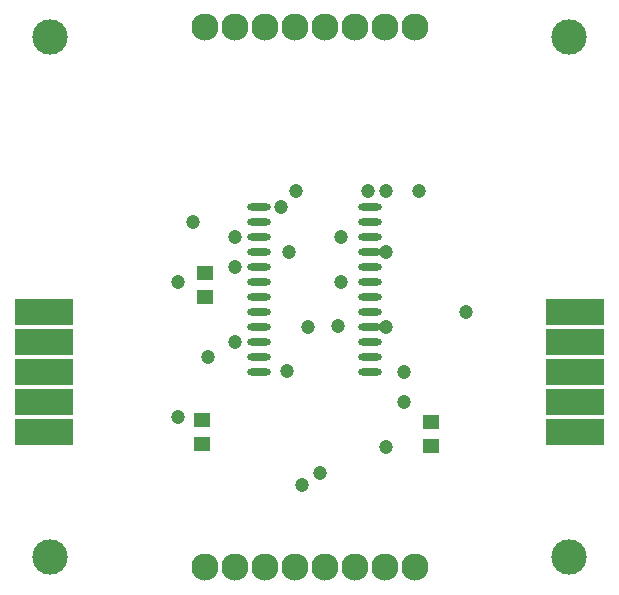
<source format=gbr>
%TF.GenerationSoftware,Altium Limited,Altium Designer,19.1.5 (86)*%
G04 Layer_Color=16711935*
%FSLAX43Y43*%
%MOMM*%
%TF.FileFunction,Soldermask,Bot*%
%TF.Part,Single*%
G01*
G75*
%TA.AperFunction,ViaPad*%
%ADD11C,2.300*%
%TA.AperFunction,WasherPad*%
%ADD12C,3.000*%
%TA.AperFunction,ViaPad*%
%ADD13C,1.200*%
%TA.AperFunction,SMDPad,CuDef*%
%ADD14R,5.000X2.200*%
%ADD15R,1.400X1.200*%
%ADD16O,2.000X0.600*%
D11*
X16110Y47860D02*
D03*
X18650D02*
D03*
X21190D02*
D03*
X23730D02*
D03*
X26270D02*
D03*
X28810D02*
D03*
X31350D02*
D03*
X33890D02*
D03*
Y2140D02*
D03*
X31350D02*
D03*
X28810D02*
D03*
X26270D02*
D03*
X23730D02*
D03*
X21190D02*
D03*
X18650D02*
D03*
X16110D02*
D03*
D12*
X3000Y3000D02*
D03*
X47000D02*
D03*
Y47000D02*
D03*
X3000D02*
D03*
D13*
X13824Y26270D02*
D03*
X16364Y19920D02*
D03*
X18650Y30080D02*
D03*
Y21190D02*
D03*
X24892Y22460D02*
D03*
X38246Y23730D02*
D03*
X34290Y34036D02*
D03*
X23876D02*
D03*
X15094Y31350D02*
D03*
X33020Y18650D02*
D03*
Y16110D02*
D03*
X23114Y18796D02*
D03*
X27432Y22606D02*
D03*
X18650Y27540D02*
D03*
X24384Y9125D02*
D03*
X23222Y28810D02*
D03*
X31475Y22460D02*
D03*
X22585Y32620D02*
D03*
X27665Y26270D02*
D03*
X13824Y14840D02*
D03*
X31496Y34036D02*
D03*
X29972D02*
D03*
X27665Y30080D02*
D03*
X31475Y28810D02*
D03*
X25908Y10160D02*
D03*
X31475Y12340D02*
D03*
D14*
X47460Y21190D02*
D03*
Y13570D02*
D03*
Y16110D02*
D03*
Y18650D02*
D03*
Y23730D02*
D03*
X2540Y16110D02*
D03*
Y23730D02*
D03*
Y21190D02*
D03*
Y18650D02*
D03*
Y13570D02*
D03*
D15*
X15875Y14605D02*
D03*
Y12573D02*
D03*
X16110Y25000D02*
D03*
Y27032D02*
D03*
X35306Y14478D02*
D03*
Y12446D02*
D03*
D16*
X30080Y32620D02*
D03*
Y31350D02*
D03*
Y30080D02*
D03*
Y28810D02*
D03*
Y27540D02*
D03*
Y26270D02*
D03*
Y25000D02*
D03*
Y23730D02*
D03*
Y22460D02*
D03*
Y21190D02*
D03*
X20680Y27540D02*
D03*
Y26270D02*
D03*
Y25000D02*
D03*
Y23730D02*
D03*
Y22460D02*
D03*
Y21190D02*
D03*
Y19920D02*
D03*
Y18650D02*
D03*
X30080D02*
D03*
Y19920D02*
D03*
X20680Y28810D02*
D03*
Y30080D02*
D03*
Y31350D02*
D03*
Y32620D02*
D03*
%TF.MD5,b98ef444802c7b5e8d219a6387c433a8*%
M02*

</source>
